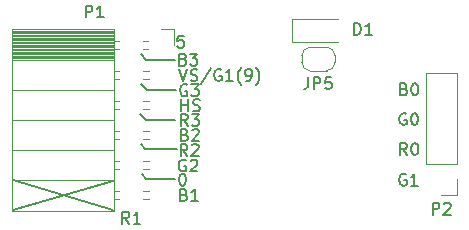
<source format=gto>
G04 #@! TF.GenerationSoftware,KiCad,Pcbnew,(5.1.4)-1*
G04 #@! TF.CreationDate,2020-10-15T04:09:33+01:00*
G04 #@! TF.ProjectId,buffer,62756666-6572-42e6-9b69-6361645f7063,rev?*
G04 #@! TF.SameCoordinates,Original*
G04 #@! TF.FileFunction,Legend,Top*
G04 #@! TF.FilePolarity,Positive*
%FSLAX46Y46*%
G04 Gerber Fmt 4.6, Leading zero omitted, Abs format (unit mm)*
G04 Created by KiCad (PCBNEW (5.1.4)-1) date 2020-10-15 04:09:33*
%MOMM*%
%LPD*%
G04 APERTURE LIST*
%ADD10C,0.150000*%
%ADD11C,0.120000*%
G04 APERTURE END LIST*
D10*
X37647133Y-49509940D02*
X37313800Y-49033750D01*
X37075704Y-49509940D02*
X37075704Y-48509940D01*
X37456657Y-48509940D01*
X37551895Y-48557560D01*
X37599514Y-48605179D01*
X37647133Y-48700417D01*
X37647133Y-48843274D01*
X37599514Y-48938512D01*
X37551895Y-48986131D01*
X37456657Y-49033750D01*
X37075704Y-49033750D01*
X38599514Y-49509940D02*
X38028085Y-49509940D01*
X38313800Y-49509940D02*
X38313800Y-48509940D01*
X38218561Y-48652798D01*
X38123323Y-48748036D01*
X38028085Y-48795655D01*
X42285838Y-47055731D02*
X42428695Y-47103350D01*
X42476314Y-47150969D01*
X42523933Y-47246207D01*
X42523933Y-47389064D01*
X42476314Y-47484302D01*
X42428695Y-47531921D01*
X42333457Y-47579540D01*
X41952504Y-47579540D01*
X41952504Y-46579540D01*
X42285838Y-46579540D01*
X42381076Y-46627160D01*
X42428695Y-46674779D01*
X42476314Y-46770017D01*
X42476314Y-46865255D01*
X42428695Y-46960493D01*
X42381076Y-47008112D01*
X42285838Y-47055731D01*
X41952504Y-47055731D01*
X43476314Y-47579540D02*
X42904885Y-47579540D01*
X43190600Y-47579540D02*
X43190600Y-46579540D01*
X43095361Y-46722398D01*
X43000123Y-46817636D01*
X42904885Y-46865255D01*
X61094514Y-45331760D02*
X60999276Y-45284140D01*
X60856419Y-45284140D01*
X60713561Y-45331760D01*
X60618323Y-45426998D01*
X60570704Y-45522236D01*
X60523085Y-45712712D01*
X60523085Y-45855569D01*
X60570704Y-46046045D01*
X60618323Y-46141283D01*
X60713561Y-46236521D01*
X60856419Y-46284140D01*
X60951657Y-46284140D01*
X61094514Y-46236521D01*
X61142133Y-46188902D01*
X61142133Y-45855569D01*
X60951657Y-45855569D01*
X62094514Y-46284140D02*
X61523085Y-46284140D01*
X61808800Y-46284140D02*
X61808800Y-45284140D01*
X61713561Y-45426998D01*
X61618323Y-45522236D01*
X61523085Y-45569855D01*
X61167533Y-43693340D02*
X60834200Y-43217150D01*
X60596104Y-43693340D02*
X60596104Y-42693340D01*
X60977057Y-42693340D01*
X61072295Y-42740960D01*
X61119914Y-42788579D01*
X61167533Y-42883817D01*
X61167533Y-43026674D01*
X61119914Y-43121912D01*
X61072295Y-43169531D01*
X60977057Y-43217150D01*
X60596104Y-43217150D01*
X61786580Y-42693340D02*
X61881819Y-42693340D01*
X61977057Y-42740960D01*
X62024676Y-42788579D01*
X62072295Y-42883817D01*
X62119914Y-43074293D01*
X62119914Y-43312388D01*
X62072295Y-43502864D01*
X62024676Y-43598102D01*
X61977057Y-43645721D01*
X61881819Y-43693340D01*
X61786580Y-43693340D01*
X61691342Y-43645721D01*
X61643723Y-43598102D01*
X61596104Y-43502864D01*
X61548485Y-43312388D01*
X61548485Y-43074293D01*
X61596104Y-42883817D01*
X61643723Y-42788579D01*
X61691342Y-42740960D01*
X61786580Y-42693340D01*
X61094514Y-40200960D02*
X60999276Y-40153340D01*
X60856419Y-40153340D01*
X60713561Y-40200960D01*
X60618323Y-40296198D01*
X60570704Y-40391436D01*
X60523085Y-40581912D01*
X60523085Y-40724769D01*
X60570704Y-40915245D01*
X60618323Y-41010483D01*
X60713561Y-41105721D01*
X60856419Y-41153340D01*
X60951657Y-41153340D01*
X61094514Y-41105721D01*
X61142133Y-41058102D01*
X61142133Y-40724769D01*
X60951657Y-40724769D01*
X61761180Y-40153340D02*
X61856419Y-40153340D01*
X61951657Y-40200960D01*
X61999276Y-40248579D01*
X62046895Y-40343817D01*
X62094514Y-40534293D01*
X62094514Y-40772388D01*
X62046895Y-40962864D01*
X61999276Y-41058102D01*
X61951657Y-41105721D01*
X61856419Y-41153340D01*
X61761180Y-41153340D01*
X61665942Y-41105721D01*
X61618323Y-41058102D01*
X61570704Y-40962864D01*
X61523085Y-40772388D01*
X61523085Y-40534293D01*
X61570704Y-40343817D01*
X61618323Y-40248579D01*
X61665942Y-40200960D01*
X61761180Y-40153340D01*
X60929438Y-38114931D02*
X61072295Y-38162550D01*
X61119914Y-38210169D01*
X61167533Y-38305407D01*
X61167533Y-38448264D01*
X61119914Y-38543502D01*
X61072295Y-38591121D01*
X60977057Y-38638740D01*
X60596104Y-38638740D01*
X60596104Y-37638740D01*
X60929438Y-37638740D01*
X61024676Y-37686360D01*
X61072295Y-37733979D01*
X61119914Y-37829217D01*
X61119914Y-37924455D01*
X61072295Y-38019693D01*
X61024676Y-38067312D01*
X60929438Y-38114931D01*
X60596104Y-38114931D01*
X61786580Y-37638740D02*
X61881819Y-37638740D01*
X61977057Y-37686360D01*
X62024676Y-37733979D01*
X62072295Y-37829217D01*
X62119914Y-38019693D01*
X62119914Y-38257788D01*
X62072295Y-38448264D01*
X62024676Y-38543502D01*
X61977057Y-38591121D01*
X61881819Y-38638740D01*
X61786580Y-38638740D01*
X61691342Y-38591121D01*
X61643723Y-38543502D01*
X61596104Y-38448264D01*
X61548485Y-38257788D01*
X61548485Y-38019693D01*
X61596104Y-37829217D01*
X61643723Y-37733979D01*
X61691342Y-37686360D01*
X61786580Y-37638740D01*
X27780800Y-48320960D02*
X36315200Y-45882560D01*
X27780800Y-45831760D02*
X36315200Y-48371760D01*
X39083800Y-45755560D02*
X41496800Y-45755560D01*
X38702800Y-45349160D02*
X39083800Y-45755560D01*
X39541000Y-43215560D02*
X41700000Y-43215560D01*
X39617200Y-38237160D02*
X41598400Y-38237160D01*
X39566400Y-40726360D02*
X41547600Y-40726360D01*
X39058400Y-35620960D02*
X41573000Y-35620960D01*
X38626600Y-35189160D02*
X39058400Y-35620960D01*
X39033000Y-43215560D02*
X38626600Y-42809160D01*
X39541000Y-43215560D02*
X39033000Y-43215560D01*
X39058400Y-40726360D02*
X38601200Y-40269160D01*
X39566400Y-40726360D02*
X39058400Y-40726360D01*
X39134600Y-38237160D02*
X38626600Y-37729160D01*
X39617200Y-38237160D02*
X39134600Y-38237160D01*
X42574733Y-43769540D02*
X42241400Y-43293350D01*
X42003304Y-43769540D02*
X42003304Y-42769540D01*
X42384257Y-42769540D01*
X42479495Y-42817160D01*
X42527114Y-42864779D01*
X42574733Y-42960017D01*
X42574733Y-43102874D01*
X42527114Y-43198112D01*
X42479495Y-43245731D01*
X42384257Y-43293350D01*
X42003304Y-43293350D01*
X42955685Y-42864779D02*
X43003304Y-42817160D01*
X43098542Y-42769540D01*
X43336638Y-42769540D01*
X43431876Y-42817160D01*
X43479495Y-42864779D01*
X43527114Y-42960017D01*
X43527114Y-43055255D01*
X43479495Y-43198112D01*
X42908066Y-43769540D01*
X43527114Y-43769540D01*
X42600133Y-41229540D02*
X42266800Y-40753350D01*
X42028704Y-41229540D02*
X42028704Y-40229540D01*
X42409657Y-40229540D01*
X42504895Y-40277160D01*
X42552514Y-40324779D01*
X42600133Y-40420017D01*
X42600133Y-40562874D01*
X42552514Y-40658112D01*
X42504895Y-40705731D01*
X42409657Y-40753350D01*
X42028704Y-40753350D01*
X42933466Y-40229540D02*
X43552514Y-40229540D01*
X43219180Y-40610493D01*
X43362038Y-40610493D01*
X43457276Y-40658112D01*
X43504895Y-40705731D01*
X43552514Y-40800969D01*
X43552514Y-41039064D01*
X43504895Y-41134302D01*
X43457276Y-41181921D01*
X43362038Y-41229540D01*
X43076323Y-41229540D01*
X42981085Y-41181921D01*
X42933466Y-41134302D01*
X42527114Y-37762560D02*
X42431876Y-37714940D01*
X42289019Y-37714940D01*
X42146161Y-37762560D01*
X42050923Y-37857798D01*
X42003304Y-37953036D01*
X41955685Y-38143512D01*
X41955685Y-38286369D01*
X42003304Y-38476845D01*
X42050923Y-38572083D01*
X42146161Y-38667321D01*
X42289019Y-38714940D01*
X42384257Y-38714940D01*
X42527114Y-38667321D01*
X42574733Y-38619702D01*
X42574733Y-38286369D01*
X42384257Y-38286369D01*
X42908066Y-37714940D02*
X43527114Y-37714940D01*
X43193780Y-38095893D01*
X43336638Y-38095893D01*
X43431876Y-38143512D01*
X43479495Y-38191131D01*
X43527114Y-38286369D01*
X43527114Y-38524464D01*
X43479495Y-38619702D01*
X43431876Y-38667321D01*
X43336638Y-38714940D01*
X43050923Y-38714940D01*
X42955685Y-38667321D01*
X42908066Y-38619702D01*
X42134980Y-45284140D02*
X42230219Y-45284140D01*
X42325457Y-45331760D01*
X42373076Y-45379379D01*
X42420695Y-45474617D01*
X42468314Y-45665093D01*
X42468314Y-45903188D01*
X42420695Y-46093664D01*
X42373076Y-46188902D01*
X42325457Y-46236521D01*
X42230219Y-46284140D01*
X42134980Y-46284140D01*
X42039742Y-46236521D01*
X41992123Y-46188902D01*
X41944504Y-46093664D01*
X41896885Y-45903188D01*
X41896885Y-45665093D01*
X41944504Y-45474617D01*
X41992123Y-45379379D01*
X42039742Y-45331760D01*
X42134980Y-45284140D01*
X42235038Y-35600331D02*
X42377895Y-35647950D01*
X42425514Y-35695569D01*
X42473133Y-35790807D01*
X42473133Y-35933664D01*
X42425514Y-36028902D01*
X42377895Y-36076521D01*
X42282657Y-36124140D01*
X41901704Y-36124140D01*
X41901704Y-35124140D01*
X42235038Y-35124140D01*
X42330276Y-35171760D01*
X42377895Y-35219379D01*
X42425514Y-35314617D01*
X42425514Y-35409855D01*
X42377895Y-35505093D01*
X42330276Y-35552712D01*
X42235038Y-35600331D01*
X41901704Y-35600331D01*
X42806466Y-35124140D02*
X43425514Y-35124140D01*
X43092180Y-35505093D01*
X43235038Y-35505093D01*
X43330276Y-35552712D01*
X43377895Y-35600331D01*
X43425514Y-35695569D01*
X43425514Y-35933664D01*
X43377895Y-36028902D01*
X43330276Y-36076521D01*
X43235038Y-36124140D01*
X42949323Y-36124140D01*
X42854085Y-36076521D01*
X42806466Y-36028902D01*
X42425514Y-44137960D02*
X42330276Y-44090340D01*
X42187419Y-44090340D01*
X42044561Y-44137960D01*
X41949323Y-44233198D01*
X41901704Y-44328436D01*
X41854085Y-44518912D01*
X41854085Y-44661769D01*
X41901704Y-44852245D01*
X41949323Y-44947483D01*
X42044561Y-45042721D01*
X42187419Y-45090340D01*
X42282657Y-45090340D01*
X42425514Y-45042721D01*
X42473133Y-44995102D01*
X42473133Y-44661769D01*
X42282657Y-44661769D01*
X42854085Y-44185579D02*
X42901704Y-44137960D01*
X42996942Y-44090340D01*
X43235038Y-44090340D01*
X43330276Y-44137960D01*
X43377895Y-44185579D01*
X43425514Y-44280817D01*
X43425514Y-44376055D01*
X43377895Y-44518912D01*
X42806466Y-45090340D01*
X43425514Y-45090340D01*
X42362038Y-41975731D02*
X42504895Y-42023350D01*
X42552514Y-42070969D01*
X42600133Y-42166207D01*
X42600133Y-42309064D01*
X42552514Y-42404302D01*
X42504895Y-42451921D01*
X42409657Y-42499540D01*
X42028704Y-42499540D01*
X42028704Y-41499540D01*
X42362038Y-41499540D01*
X42457276Y-41547160D01*
X42504895Y-41594779D01*
X42552514Y-41690017D01*
X42552514Y-41785255D01*
X42504895Y-41880493D01*
X42457276Y-41928112D01*
X42362038Y-41975731D01*
X42028704Y-41975731D01*
X42981085Y-41594779D02*
X43028704Y-41547160D01*
X43123942Y-41499540D01*
X43362038Y-41499540D01*
X43457276Y-41547160D01*
X43504895Y-41594779D01*
X43552514Y-41690017D01*
X43552514Y-41785255D01*
X43504895Y-41928112D01*
X42933466Y-42499540D01*
X43552514Y-42499540D01*
X42055695Y-39984940D02*
X42055695Y-38984940D01*
X42055695Y-39461131D02*
X42627123Y-39461131D01*
X42627123Y-39984940D02*
X42627123Y-38984940D01*
X43055695Y-39937321D02*
X43198552Y-39984940D01*
X43436647Y-39984940D01*
X43531885Y-39937321D01*
X43579504Y-39889702D01*
X43627123Y-39794464D01*
X43627123Y-39699226D01*
X43579504Y-39603988D01*
X43531885Y-39556369D01*
X43436647Y-39508750D01*
X43246171Y-39461131D01*
X43150933Y-39413512D01*
X43103314Y-39365893D01*
X43055695Y-39270655D01*
X43055695Y-39175417D01*
X43103314Y-39080179D01*
X43150933Y-39032560D01*
X43246171Y-38984940D01*
X43484266Y-38984940D01*
X43627123Y-39032560D01*
X41905219Y-36419540D02*
X42238552Y-37419540D01*
X42571885Y-36419540D01*
X42857600Y-37371921D02*
X43000457Y-37419540D01*
X43238552Y-37419540D01*
X43333790Y-37371921D01*
X43381409Y-37324302D01*
X43429028Y-37229064D01*
X43429028Y-37133826D01*
X43381409Y-37038588D01*
X43333790Y-36990969D01*
X43238552Y-36943350D01*
X43048076Y-36895731D01*
X42952838Y-36848112D01*
X42905219Y-36800493D01*
X42857600Y-36705255D01*
X42857600Y-36610017D01*
X42905219Y-36514779D01*
X42952838Y-36467160D01*
X43048076Y-36419540D01*
X43286171Y-36419540D01*
X43429028Y-36467160D01*
X44571885Y-36371921D02*
X43714742Y-37657636D01*
X45429028Y-36467160D02*
X45333790Y-36419540D01*
X45190933Y-36419540D01*
X45048076Y-36467160D01*
X44952838Y-36562398D01*
X44905219Y-36657636D01*
X44857600Y-36848112D01*
X44857600Y-36990969D01*
X44905219Y-37181445D01*
X44952838Y-37276683D01*
X45048076Y-37371921D01*
X45190933Y-37419540D01*
X45286171Y-37419540D01*
X45429028Y-37371921D01*
X45476647Y-37324302D01*
X45476647Y-36990969D01*
X45286171Y-36990969D01*
X46429028Y-37419540D02*
X45857600Y-37419540D01*
X46143314Y-37419540D02*
X46143314Y-36419540D01*
X46048076Y-36562398D01*
X45952838Y-36657636D01*
X45857600Y-36705255D01*
X47143314Y-37800493D02*
X47095695Y-37752874D01*
X47000457Y-37610017D01*
X46952838Y-37514779D01*
X46905219Y-37371921D01*
X46857600Y-37133826D01*
X46857600Y-36943350D01*
X46905219Y-36705255D01*
X46952838Y-36562398D01*
X47000457Y-36467160D01*
X47095695Y-36324302D01*
X47143314Y-36276683D01*
X47571885Y-37419540D02*
X47762361Y-37419540D01*
X47857600Y-37371921D01*
X47905219Y-37324302D01*
X48000457Y-37181445D01*
X48048076Y-36990969D01*
X48048076Y-36610017D01*
X48000457Y-36514779D01*
X47952838Y-36467160D01*
X47857600Y-36419540D01*
X47667123Y-36419540D01*
X47571885Y-36467160D01*
X47524266Y-36514779D01*
X47476647Y-36610017D01*
X47476647Y-36848112D01*
X47524266Y-36943350D01*
X47571885Y-36990969D01*
X47667123Y-37038588D01*
X47857600Y-37038588D01*
X47952838Y-36990969D01*
X48000457Y-36943350D01*
X48048076Y-36848112D01*
X48381409Y-37800493D02*
X48429028Y-37752874D01*
X48524266Y-37610017D01*
X48571885Y-37514779D01*
X48619504Y-37371921D01*
X48667123Y-37133826D01*
X48667123Y-36943350D01*
X48619504Y-36705255D01*
X48571885Y-36562398D01*
X48524266Y-36467160D01*
X48429028Y-36324302D01*
X48381409Y-36276683D01*
X42268295Y-33600140D02*
X41792104Y-33600140D01*
X41744485Y-34076331D01*
X41792104Y-34028712D01*
X41887342Y-33981093D01*
X42125438Y-33981093D01*
X42220676Y-34028712D01*
X42268295Y-34076331D01*
X42315914Y-34171569D01*
X42315914Y-34409664D01*
X42268295Y-34504902D01*
X42220676Y-34552521D01*
X42125438Y-34600140D01*
X41887342Y-34600140D01*
X41792104Y-34552521D01*
X41744485Y-34504902D01*
D11*
X65407400Y-47060160D02*
X64077400Y-47060160D01*
X65407400Y-45730160D02*
X65407400Y-47060160D01*
X65407400Y-44460160D02*
X62747400Y-44460160D01*
X62747400Y-44460160D02*
X62747400Y-36780160D01*
X65407400Y-44460160D02*
X65407400Y-36780160D01*
X65407400Y-36780160D02*
X62747400Y-36780160D01*
X51461660Y-32149540D02*
X51461660Y-34149540D01*
X51461660Y-34149540D02*
X55361660Y-34149540D01*
X51461660Y-32149540D02*
X55361660Y-32149540D01*
X52976100Y-36565080D02*
G75*
G02X52276100Y-35865080I0J700000D01*
G01*
X52276100Y-35265080D02*
G75*
G02X52976100Y-34565080I700000J0D01*
G01*
X54376100Y-34565080D02*
G75*
G02X55076100Y-35265080I0J-700000D01*
G01*
X55076100Y-35865080D02*
G75*
G02X54376100Y-36565080I-700000J0D01*
G01*
X55076100Y-35265080D02*
X55076100Y-35865080D01*
X52976100Y-34565080D02*
X54376100Y-34565080D01*
X52276100Y-35865080D02*
X52276100Y-35265080D01*
X54376100Y-36565080D02*
X52976100Y-36565080D01*
X27723800Y-33166360D02*
X36353800Y-33166360D01*
X27723800Y-33284455D02*
X36353800Y-33284455D01*
X27723800Y-33402550D02*
X36353800Y-33402550D01*
X27723800Y-33520645D02*
X36353800Y-33520645D01*
X27723800Y-33638740D02*
X36353800Y-33638740D01*
X27723800Y-33756835D02*
X36353800Y-33756835D01*
X27723800Y-33874930D02*
X36353800Y-33874930D01*
X27723800Y-33993025D02*
X36353800Y-33993025D01*
X27723800Y-34111120D02*
X36353800Y-34111120D01*
X27723800Y-34229215D02*
X36353800Y-34229215D01*
X27723800Y-34347310D02*
X36353800Y-34347310D01*
X27723800Y-34465405D02*
X36353800Y-34465405D01*
X27723800Y-34583500D02*
X36353800Y-34583500D01*
X27723800Y-34701595D02*
X36353800Y-34701595D01*
X27723800Y-34819690D02*
X36353800Y-34819690D01*
X27723800Y-34937785D02*
X36353800Y-34937785D01*
X27723800Y-35055880D02*
X36353800Y-35055880D01*
X27723800Y-35173975D02*
X36353800Y-35173975D01*
X27723800Y-35292070D02*
X36353800Y-35292070D01*
X27723800Y-35410165D02*
X36353800Y-35410165D01*
X27723800Y-35528260D02*
X36353800Y-35528260D01*
X36353800Y-34016360D02*
X36763800Y-34016360D01*
X38863800Y-34016360D02*
X39243800Y-34016360D01*
X36353800Y-34736360D02*
X36763800Y-34736360D01*
X38863800Y-34736360D02*
X39243800Y-34736360D01*
X36353800Y-36556360D02*
X36763800Y-36556360D01*
X38863800Y-36556360D02*
X39303800Y-36556360D01*
X36353800Y-37276360D02*
X36763800Y-37276360D01*
X38863800Y-37276360D02*
X39303800Y-37276360D01*
X36353800Y-39096360D02*
X36763800Y-39096360D01*
X38863800Y-39096360D02*
X39303800Y-39096360D01*
X36353800Y-39816360D02*
X36763800Y-39816360D01*
X38863800Y-39816360D02*
X39303800Y-39816360D01*
X36353800Y-41636360D02*
X36763800Y-41636360D01*
X38863800Y-41636360D02*
X39303800Y-41636360D01*
X36353800Y-42356360D02*
X36763800Y-42356360D01*
X38863800Y-42356360D02*
X39303800Y-42356360D01*
X36353800Y-44176360D02*
X36763800Y-44176360D01*
X38863800Y-44176360D02*
X39303800Y-44176360D01*
X36353800Y-44896360D02*
X36763800Y-44896360D01*
X38863800Y-44896360D02*
X39303800Y-44896360D01*
X36353800Y-46716360D02*
X36763800Y-46716360D01*
X38863800Y-46716360D02*
X39303800Y-46716360D01*
X36353800Y-47436360D02*
X36763800Y-47436360D01*
X38863800Y-47436360D02*
X39303800Y-47436360D01*
X27723800Y-35646360D02*
X36353800Y-35646360D01*
X27723800Y-38186360D02*
X36353800Y-38186360D01*
X27723800Y-40726360D02*
X36353800Y-40726360D01*
X27723800Y-43266360D02*
X36353800Y-43266360D01*
X27723800Y-45806360D02*
X36353800Y-45806360D01*
X27723800Y-33046360D02*
X36353800Y-33046360D01*
X36353800Y-33046360D02*
X36353800Y-48406360D01*
X27723800Y-48406360D02*
X36353800Y-48406360D01*
X27723800Y-33046360D02*
X27723800Y-48406360D01*
X41463800Y-33046360D02*
X41463800Y-34376360D01*
X40353800Y-33046360D02*
X41463800Y-33046360D01*
D10*
X63339304Y-48747940D02*
X63339304Y-47747940D01*
X63720257Y-47747940D01*
X63815495Y-47795560D01*
X63863114Y-47843179D01*
X63910733Y-47938417D01*
X63910733Y-48081274D01*
X63863114Y-48176512D01*
X63815495Y-48224131D01*
X63720257Y-48271750D01*
X63339304Y-48271750D01*
X64291685Y-47843179D02*
X64339304Y-47795560D01*
X64434542Y-47747940D01*
X64672638Y-47747940D01*
X64767876Y-47795560D01*
X64815495Y-47843179D01*
X64863114Y-47938417D01*
X64863114Y-48033655D01*
X64815495Y-48176512D01*
X64244066Y-48747940D01*
X64863114Y-48747940D01*
X56707364Y-33528260D02*
X56707364Y-32528260D01*
X56945460Y-32528260D01*
X57088317Y-32575880D01*
X57183555Y-32671118D01*
X57231174Y-32766356D01*
X57278793Y-32956832D01*
X57278793Y-33099689D01*
X57231174Y-33290165D01*
X57183555Y-33385403D01*
X57088317Y-33480641D01*
X56945460Y-33528260D01*
X56707364Y-33528260D01*
X58231174Y-33528260D02*
X57659745Y-33528260D01*
X57945460Y-33528260D02*
X57945460Y-32528260D01*
X57850221Y-32671118D01*
X57754983Y-32766356D01*
X57659745Y-32813975D01*
X52804666Y-37105340D02*
X52804666Y-37819626D01*
X52757047Y-37962483D01*
X52661809Y-38057721D01*
X52518952Y-38105340D01*
X52423714Y-38105340D01*
X53280857Y-38105340D02*
X53280857Y-37105340D01*
X53661809Y-37105340D01*
X53757047Y-37152960D01*
X53804666Y-37200579D01*
X53852285Y-37295817D01*
X53852285Y-37438674D01*
X53804666Y-37533912D01*
X53757047Y-37581531D01*
X53661809Y-37629150D01*
X53280857Y-37629150D01*
X54757047Y-37105340D02*
X54280857Y-37105340D01*
X54233238Y-37581531D01*
X54280857Y-37533912D01*
X54376095Y-37486293D01*
X54614190Y-37486293D01*
X54709428Y-37533912D01*
X54757047Y-37581531D01*
X54804666Y-37676769D01*
X54804666Y-37914864D01*
X54757047Y-38010102D01*
X54709428Y-38057721D01*
X54614190Y-38105340D01*
X54376095Y-38105340D01*
X54280857Y-38057721D01*
X54233238Y-38010102D01*
X33965704Y-32058740D02*
X33965704Y-31058740D01*
X34346657Y-31058740D01*
X34441895Y-31106360D01*
X34489514Y-31153979D01*
X34537133Y-31249217D01*
X34537133Y-31392074D01*
X34489514Y-31487312D01*
X34441895Y-31534931D01*
X34346657Y-31582550D01*
X33965704Y-31582550D01*
X35489514Y-32058740D02*
X34918085Y-32058740D01*
X35203800Y-32058740D02*
X35203800Y-31058740D01*
X35108561Y-31201598D01*
X35013323Y-31296836D01*
X34918085Y-31344455D01*
M02*

</source>
